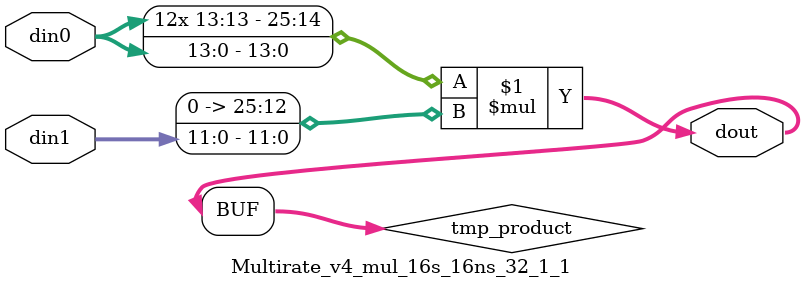
<source format=v>

`timescale 1 ns / 1 ps

 module Multirate_v4_mul_16s_16ns_32_1_1(din0, din1, dout);
parameter ID = 1;
parameter NUM_STAGE = 0;
parameter din0_WIDTH = 14;
parameter din1_WIDTH = 12;
parameter dout_WIDTH = 26;

input [din0_WIDTH - 1 : 0] din0; 
input [din1_WIDTH - 1 : 0] din1; 
output [dout_WIDTH - 1 : 0] dout;

wire signed [dout_WIDTH - 1 : 0] tmp_product;


























assign tmp_product = $signed(din0) * $signed({1'b0, din1});









assign dout = tmp_product;





















endmodule

</source>
